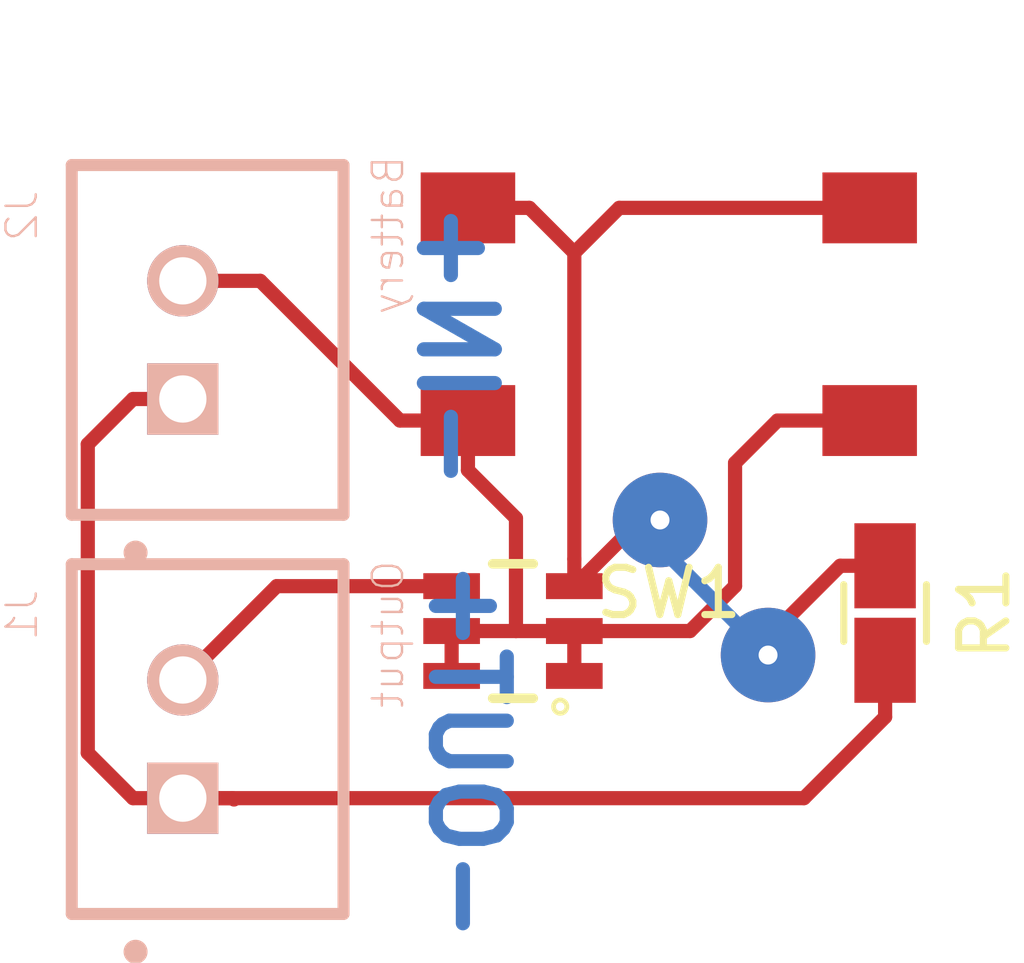
<source format=kicad_pcb>
(kicad_pcb (version 20171130) (host pcbnew "(2017-12-14 revision 75b21d0)-master")

  (general
    (thickness 1.6)
    (drawings 2)
    (tracks 42)
    (zones 0)
    (modules 5)
    (nets 5)
  )

  (page A4)
  (layers
    (0 F.Cu signal)
    (31 B.Cu signal)
    (32 B.Adhes user)
    (33 F.Adhes user)
    (34 B.Paste user)
    (35 F.Paste user)
    (36 B.SilkS user)
    (37 F.SilkS user)
    (38 B.Mask user)
    (39 F.Mask user)
    (40 Dwgs.User user)
    (41 Cmts.User user)
    (42 Eco1.User user)
    (43 Eco2.User user)
    (44 Edge.Cuts user)
    (45 Margin user)
    (46 B.CrtYd user)
    (47 F.CrtYd user)
    (48 B.Fab user)
    (49 F.Fab user)
  )

  (setup
    (last_trace_width 0.3)
    (trace_clearance 0.195)
    (zone_clearance 0.508)
    (zone_45_only no)
    (trace_min 0.2)
    (segment_width 0.2)
    (edge_width 0.15)
    (via_size 2)
    (via_drill 0.4)
    (via_min_size 0.4)
    (via_min_drill 0.3)
    (uvia_size 0.3)
    (uvia_drill 0.1)
    (uvias_allowed no)
    (uvia_min_size 0.2)
    (uvia_min_drill 0.1)
    (pcb_text_width 0.3)
    (pcb_text_size 1.5 1.5)
    (mod_edge_width 0.15)
    (mod_text_size 1 1)
    (mod_text_width 0.15)
    (pad_size 1.524 1.524)
    (pad_drill 0.762)
    (pad_to_mask_clearance 0.2)
    (aux_axis_origin 146.05 101.6)
    (visible_elements FFFFFF7F)
    (pcbplotparams
      (layerselection 0x010fc_ffffffff)
      (usegerberextensions false)
      (usegerberattributes false)
      (usegerberadvancedattributes false)
      (creategerberjobfile false)
      (excludeedgelayer true)
      (linewidth 0.100000)
      (plotframeref false)
      (viasonmask false)
      (mode 1)
      (useauxorigin false)
      (hpglpennumber 1)
      (hpglpenspeed 20)
      (hpglpendiameter 15)
      (psnegative false)
      (psa4output false)
      (plotreference true)
      (plotvalue true)
      (plotinvisibletext false)
      (padsonsilk false)
      (subtractmaskfromsilk false)
      (outputformat 1)
      (mirror false)
      (drillshape 1)
      (scaleselection 1)
      (outputdirectory ""))
  )

  (net 0 "")
  (net 1 GND)
  (net 2 "Net-(J1-Pad2)")
  (net 3 "Net-(J2-Pad2)")
  (net 4 "Net-(R1-Pad1)")

  (net_class Default "This is the default net class."
    (clearance 0.195)
    (trace_width 0.3)
    (via_dia 2)
    (via_drill 0.4)
    (uvia_dia 0.3)
    (uvia_drill 0.1)
    (add_net GND)
    (add_net "Net-(J1-Pad2)")
    (add_net "Net-(J2-Pad2)")
    (add_net "Net-(R1-Pad1)")
  )

  (module coddingtonbear/coddingtonbear.pretty:0805_Milling (layer F.Cu) (tedit 59DB0152) (tstamp 5A5A91FE)
    (at 143.8275 91.5035 270)
    (descr "Resistor SMD 0805, reflow soldering, Vishay (see dcrcw.pdf)")
    (tags "resistor 0805")
    (path /5A3745EC)
    (attr smd)
    (fp_text reference R1 (at 0 -2.1 270) (layer F.SilkS)
      (effects (font (size 1 1) (thickness 0.15)))
    )
    (fp_text value 100k (at 0 2.1 270) (layer F.Fab)
      (effects (font (size 1 1) (thickness 0.15)))
    )
    (fp_line (start -0.6 -0.875) (end 0.6 -0.875) (layer F.SilkS) (width 0.15))
    (fp_line (start 0.6 0.875) (end -0.6 0.875) (layer F.SilkS) (width 0.15))
    (pad 2 smd rect (at 1 0 270) (size 1.8 1.3) (layers F.Cu F.Paste F.Mask)
      (net 1 GND))
    (pad 1 smd rect (at -1 0 270) (size 1.8 1.3) (layers F.Cu F.Paste F.Mask)
      (net 4 "Net-(R1-Pad1)"))
    (model Resistors_SMD.3dshapes/R_0805.wrl
      (at (xyz 0 0 0))
      (scale (xyz 1 1 1))
      (rotate (xyz 0 0 0))
    )
  )

  (module coddingtonbear/coddingtonbear.pretty:SMD_RED_TACTILE_SWITCH (layer F.Cu) (tedit 59432E14) (tstamp 5A5A91F6)
    (at 139.251 85.181)
    (path /5A3744CC)
    (fp_text reference SW1 (at 0 5.9) (layer F.SilkS)
      (effects (font (size 1 1) (thickness 0.15)))
    )
    (fp_text value SW_Push (at 0.1 -5.8) (layer F.Fab)
      (effects (font (size 1 1) (thickness 0.15)))
    )
    (pad 1 smd rect (at -4.25 -2.25) (size 2 1.5) (layers F.Cu F.Paste F.Mask)
      (net 4 "Net-(R1-Pad1)"))
    (pad 1 smd rect (at 4.25 -2.25) (size 2 1.5) (layers F.Cu F.Paste F.Mask)
      (net 4 "Net-(R1-Pad1)"))
    (pad 2 smd rect (at -4.25 2.25) (size 2 1.5) (layers F.Cu F.Paste F.Mask)
      (net 3 "Net-(J2-Pad2)"))
    (pad 2 smd rect (at 4.25 2.25) (size 2 1.5) (layers F.Cu F.Paste F.Mask)
      (net 3 "Net-(J2-Pad2)"))
  )

  (module freetronics/freetronics_kicad_library/freetronics_footprints.pretty:SOT23-6 (layer F.Cu) (tedit 5477A0F0) (tstamp 5A76934F)
    (at 135.9535 91.8845 90)
    (descr "<b>Small Outline Transistor</b>")
    (path /5A373FFB)
    (fp_text reference U1 (at 0 0 90) (layer Eco1.User)
      (effects (font (size 0.5 0.5) (thickness 0.1)))
    )
    (fp_text value STT3P2UH7 (at 1.95 0 180) (layer Eco1.User) hide
      (effects (font (size 0.5 0.5) (thickness 0.1)))
    )
    (fp_circle (center -1.6 1) (end -1.5 0.9) (layer F.SilkS) (width 0.1))
    (fp_line (start 1.4224 -0.42926) (end 1.4224 0.42926) (layer F.SilkS) (width 0.2032))
    (fp_line (start 1.39954 0.79756) (end -1.39954 0.79756) (layer Cmts.User) (width 0.1524))
    (fp_line (start -1.4224 0.42926) (end -1.4224 -0.42926) (layer F.SilkS) (width 0.2032))
    (fp_line (start -1.39954 -0.79756) (end 1.39954 -0.79756) (layer Cmts.User) (width 0.1524))
    (fp_line (start 1.39954 -0.79756) (end 1.39954 0.79756) (layer Cmts.User) (width 0.1524))
    (fp_line (start -1.39954 -0.79756) (end -1.39954 0.79756) (layer Cmts.User) (width 0.1524))
    (pad 1 smd rect (at -0.94996 1.29794 90) (size 0.54864 1.19888) (layers F.Cu F.Paste F.Mask)
      (net 3 "Net-(J2-Pad2)"))
    (pad 2 smd rect (at 0 1.29794 90) (size 0.54864 1.19888) (layers F.Cu F.Paste F.Mask)
      (net 3 "Net-(J2-Pad2)"))
    (pad 3 smd rect (at 0.94996 1.29794 90) (size 0.54864 1.19888) (layers F.Cu F.Paste F.Mask)
      (net 4 "Net-(R1-Pad1)"))
    (pad 4 smd rect (at 0.94996 -1.29794 90) (size 0.54864 1.19888) (layers F.Cu F.Paste F.Mask)
      (net 2 "Net-(J1-Pad2)"))
    (pad 5 smd rect (at 0 -1.29794 90) (size 0.54864 1.19888) (layers F.Cu F.Paste F.Mask)
      (net 3 "Net-(J2-Pad2)"))
    (pad 6 smd rect (at -0.94996 -1.29794 90) (size 0.54864 1.19888) (layers F.Cu F.Paste F.Mask)
      (net 3 "Net-(J2-Pad2)"))
  )

  (module monostable/CommonPartsLibrary.pretty:JST_XHP-2 (layer B.Cu) (tedit 0) (tstamp 5A5A91DD)
    (at 128.9685 85.725 270)
    (path /5A373B83)
    (solder_mask_margin 0.1)
    (fp_text reference J2 (at -2.6244 3.4064 270) (layer B.SilkS)
      (effects (font (size 0.64 0.64) (thickness 0.05)) (justify mirror))
    )
    (fp_text value Battery (at -2.218 -4.3436 270) (layer B.SilkS)
      (effects (font (size 0.64 0.64) (thickness 0.05)) (justify mirror))
    )
    (fp_circle (center 4.5 1) (end 4.754 1) (layer B.SilkS) (width 0))
    (fp_line (start -4 -3.75) (end -4 2.75) (layer Dwgs.User) (width 0.127))
    (fp_line (start 4 -3.75) (end -4 -3.75) (layer Dwgs.User) (width 0.127))
    (fp_line (start 4 2.75) (end 4 -3.75) (layer Dwgs.User) (width 0.127))
    (fp_line (start -4 2.75) (end 4 2.75) (layer Dwgs.User) (width 0.127))
    (fp_line (start -3.7 2.35) (end -3.7 -3.4) (layer B.SilkS) (width 0.254))
    (fp_line (start 3.7 2.35) (end -3.7 2.35) (layer B.SilkS) (width 0.254))
    (fp_line (start 3.7 -3.4) (end 3.7 2.35) (layer B.SilkS) (width 0.254))
    (fp_line (start -3.7 -3.4) (end 3.7 -3.4) (layer B.SilkS) (width 0.254))
    (pad 2 thru_hole circle (at -1.25 0 180) (size 1.508 1.508) (drill 1) (layers *.Cu *.Mask B.SilkS)
      (net 3 "Net-(J2-Pad2)") (solder_mask_margin 0.2))
    (pad 1 thru_hole rect (at 1.25 0 180) (size 1.508 1.508) (drill 1) (layers *.Cu *.Mask B.SilkS)
      (net 1 GND) (solder_mask_margin 0.2))
  )

  (module monostable/CommonPartsLibrary.pretty:JST_XHP-2 (layer B.Cu) (tedit 0) (tstamp 5A5A91CE)
    (at 128.9685 94.1705 270)
    (path /5A373B31)
    (solder_mask_margin 0.1)
    (fp_text reference J1 (at -2.6244 3.4064 270) (layer B.SilkS)
      (effects (font (size 0.64 0.64) (thickness 0.05)) (justify mirror))
    )
    (fp_text value Output (at -2.218 -4.3436 270) (layer B.SilkS)
      (effects (font (size 0.64 0.64) (thickness 0.05)) (justify mirror))
    )
    (fp_line (start -3.7 -3.4) (end 3.7 -3.4) (layer B.SilkS) (width 0.254))
    (fp_line (start 3.7 -3.4) (end 3.7 2.35) (layer B.SilkS) (width 0.254))
    (fp_line (start 3.7 2.35) (end -3.7 2.35) (layer B.SilkS) (width 0.254))
    (fp_line (start -3.7 2.35) (end -3.7 -3.4) (layer B.SilkS) (width 0.254))
    (fp_line (start -4 2.75) (end 4 2.75) (layer Dwgs.User) (width 0.127))
    (fp_line (start 4 2.75) (end 4 -3.75) (layer Dwgs.User) (width 0.127))
    (fp_line (start 4 -3.75) (end -4 -3.75) (layer Dwgs.User) (width 0.127))
    (fp_line (start -4 -3.75) (end -4 2.75) (layer Dwgs.User) (width 0.127))
    (fp_circle (center 4.5 1) (end 4.754 1) (layer B.SilkS) (width 0))
    (pad 1 thru_hole rect (at 1.25 0 180) (size 1.508 1.508) (drill 1) (layers *.Cu *.Mask B.SilkS)
      (net 1 GND) (solder_mask_margin 0.2))
    (pad 2 thru_hole circle (at -1.25 0 180) (size 1.508 1.508) (drill 1) (layers *.Cu *.Mask B.SilkS)
      (net 2 "Net-(J1-Pad2)") (solder_mask_margin 0.2))
  )

  (gr_text -IN+ (at 134.747 85.852 270) (layer B.Cu)
    (effects (font (size 1.5 1.5) (thickness 0.3)) (justify mirror))
  )
  (gr_text -OUT+ (at 135.001 94.4245 270) (layer B.Cu) (tstamp 5A7692EA)
    (effects (font (size 1.5 1.5) (thickness 0.3)) (justify mirror))
  )

  (segment (start 143.8275 92.5035) (end 143.8275 93.7035) (width 0.3) (layer F.Cu) (net 1))
  (segment (start 143.8275 93.7035) (end 142.1105 95.4205) (width 0.3) (layer F.Cu) (net 1))
  (segment (start 142.1105 95.4205) (end 128.9685 95.4205) (width 0.3) (layer F.Cu) (net 1))
  (segment (start 128.9685 95.4205) (end 130.0225 95.4205) (width 0.3) (layer F.Cu) (net 1))
  (segment (start 130.0225 95.4205) (end 130.050883 95.448883) (width 0.3) (layer F.Cu) (net 1))
  (segment (start 126.957541 87.931959) (end 126.957541 94.463541) (width 0.3) (layer F.Cu) (net 1))
  (segment (start 126.957541 94.463541) (end 127.9145 95.4205) (width 0.3) (layer F.Cu) (net 1))
  (segment (start 127.9145 95.4205) (end 128.9685 95.4205) (width 0.3) (layer F.Cu) (net 1))
  (segment (start 128.9685 86.975) (end 127.9145 86.975) (width 0.3) (layer F.Cu) (net 1))
  (segment (start 127.9145 86.975) (end 126.957541 87.931959) (width 0.3) (layer F.Cu) (net 1))
  (segment (start 134.65556 90.93454) (end 130.95446 90.93454) (width 0.3) (layer F.Cu) (net 2))
  (segment (start 130.95446 90.93454) (end 128.9685 92.9205) (width 0.3) (layer F.Cu) (net 2))
  (segment (start 137.25144 91.8845) (end 139.7 91.8845) (width 0.3) (layer F.Cu) (net 3))
  (segment (start 139.7 91.8845) (end 140.6525 90.932) (width 0.3) (layer F.Cu) (net 3))
  (segment (start 140.6525 90.932) (end 140.6525 88.3285) (width 0.3) (layer F.Cu) (net 3))
  (segment (start 140.6525 88.3285) (end 141.55 87.431) (width 0.3) (layer F.Cu) (net 3))
  (segment (start 141.55 87.431) (end 143.501 87.431) (width 0.3) (layer F.Cu) (net 3))
  (segment (start 134.65556 91.8845) (end 136.017 91.8845) (width 0.3) (layer F.Cu) (net 3))
  (segment (start 136.017 91.8845) (end 137.25144 91.8845) (width 0.3) (layer F.Cu) (net 3))
  (segment (start 135.001 87.431) (end 135.001 88.481) (width 0.3) (layer F.Cu) (net 3))
  (segment (start 135.001 88.481) (end 136.017 89.497) (width 0.3) (layer F.Cu) (net 3))
  (segment (start 136.017 89.497) (end 136.017 91.8845) (width 0.3) (layer F.Cu) (net 3))
  (segment (start 137.25144 92.83446) (end 137.25144 91.8845) (width 0.3) (layer F.Cu) (net 3))
  (segment (start 134.65556 91.8845) (end 134.65556 92.83446) (width 0.3) (layer F.Cu) (net 3))
  (segment (start 130.60639 84.475) (end 133.56239 87.431) (width 0.3) (layer F.Cu) (net 3))
  (segment (start 133.56239 87.431) (end 135.001 87.431) (width 0.3) (layer F.Cu) (net 3))
  (segment (start 128.9685 84.475) (end 130.60639 84.475) (width 0.3) (layer F.Cu) (net 3))
  (segment (start 139.065 89.535) (end 138.65098 89.535) (width 0.3) (layer F.Cu) (net 4))
  (segment (start 138.65098 89.535) (end 137.25144 90.93454) (width 0.3) (layer F.Cu) (net 4))
  (segment (start 141.351 92.3925) (end 139.065 90.1065) (width 0.3) (layer B.Cu) (net 4))
  (segment (start 139.065 90.1065) (end 139.065 89.535) (width 0.3) (layer B.Cu) (net 4))
  (via (at 139.065 89.535) (size 2) (drill 0.4) (layers F.Cu B.Cu) (net 4))
  (segment (start 143.8275 90.5035) (end 142.8775 90.5035) (width 0.3) (layer F.Cu) (net 4))
  (segment (start 142.8775 90.5035) (end 141.351 92.03) (width 0.3) (layer F.Cu) (net 4))
  (segment (start 141.351 92.03) (end 141.351 92.3925) (width 0.3) (layer F.Cu) (net 4))
  (via (at 141.351 92.3925) (size 2) (drill 0.4) (layers F.Cu B.Cu) (net 4))
  (segment (start 143.501 82.931) (end 138.20188 82.931) (width 0.3) (layer F.Cu) (net 4))
  (segment (start 138.20188 82.931) (end 137.25144 83.88144) (width 0.3) (layer F.Cu) (net 4))
  (segment (start 135.001 82.931) (end 136.301 82.931) (width 0.3) (layer F.Cu) (net 4))
  (segment (start 136.301 82.931) (end 137.25144 83.88144) (width 0.3) (layer F.Cu) (net 4))
  (segment (start 137.25144 83.88144) (end 137.25144 90.36022) (width 0.3) (layer F.Cu) (net 4))
  (segment (start 137.25144 90.36022) (end 137.25144 90.93454) (width 0.3) (layer F.Cu) (net 4))

)

</source>
